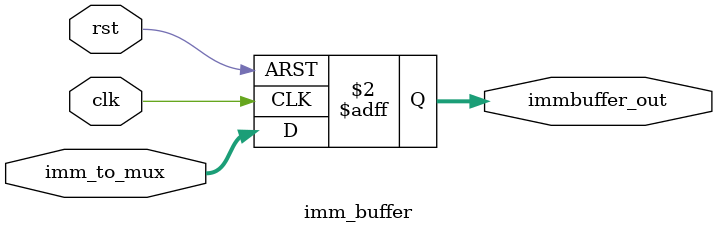
<source format=sv>
/*
 * Author: A.G. Hasan Zarook
 * University: University of Engineering and Technology, Lahore
 * Project: RISCV Pipeline Architecture
 * Date: 11th December 2024
 */
module imm_buffer
(
    input  logic        clk,
    input  logic        rst,
    input  logic [31:0] imm_to_mux,     // Input from register file (rdata1)
    output logic [31:0] immbuffer_out     // Output to MUX_to_ALUa
);
    always_ff @(posedge clk or posedge rst)
    begin
        if (rst)
            immbuffer_out <= 32'b0;       // Reset value
        else
            immbuffer_out <= imm_to_mux;      // Store rdata1
    end
endmodule
</source>
